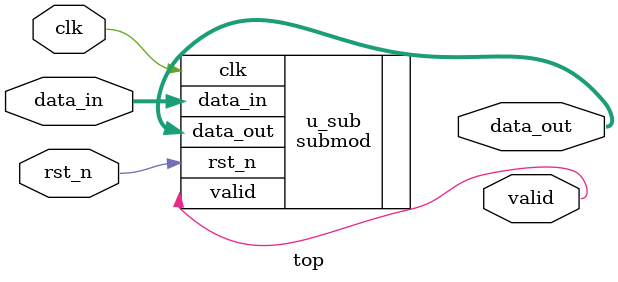
<source format=sv>
module top (
    input  logic clk,
    input  logic rst_n,
    /*AUTOPORTS*/
    output logic valid,
    output logic [7:0] data_out,
    input logic [7:0] data_in
);
    /*AUTOWIRE*/

    submod u_sub (/*AUTOINST*/
        // Outputs
        .data_out(data_out),
        .valid(valid),
        // Inputs
        .clk(clk),
        .rst_n(rst_n),
        .data_in(data_in)
    );
endmodule

</source>
